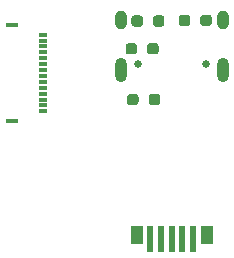
<source format=gbr>
%TF.GenerationSoftware,KiCad,Pcbnew,(5.1.10)-1*%
%TF.CreationDate,2022-02-26T10:37:03-05:00*%
%TF.ProjectId,001,3030312e-6b69-4636-9164-5f7063625858,rev?*%
%TF.SameCoordinates,Original*%
%TF.FileFunction,Soldermask,Top*%
%TF.FilePolarity,Negative*%
%FSLAX46Y46*%
G04 Gerber Fmt 4.6, Leading zero omitted, Abs format (unit mm)*
G04 Created by KiCad (PCBNEW (5.1.10)-1) date 2022-02-26 10:37:03*
%MOMM*%
%LPD*%
G01*
G04 APERTURE LIST*
%ADD10O,1.000000X1.600000*%
%ADD11C,0.650000*%
%ADD12O,1.000000X2.100000*%
%ADD13R,0.762000X0.355600*%
%ADD14R,1.041400X0.355600*%
%ADD15R,1.060000X1.580000*%
%ADD16R,0.600000X2.180000*%
G04 APERTURE END LIST*
D10*
%TO.C,J1*%
X123120000Y-71350000D03*
D11*
X121690000Y-75000000D03*
D10*
X114480000Y-71350000D03*
D11*
X115910000Y-75000000D03*
D12*
X114480000Y-75530000D03*
X123120000Y-75530000D03*
%TD*%
D13*
%TO.C,J2*%
X107893400Y-79050000D03*
X107903400Y-78550000D03*
X107903400Y-72550000D03*
X107903400Y-73049999D03*
X107903400Y-73550001D03*
X107903400Y-74050000D03*
X107903400Y-74549999D03*
X107903400Y-75050000D03*
X107903400Y-75550000D03*
X107903400Y-76050001D03*
X107903400Y-76550000D03*
X107903400Y-77049999D03*
X107903400Y-77550001D03*
X107903400Y-78050000D03*
D14*
X105253400Y-71759999D03*
X105253400Y-79850000D03*
%TD*%
D15*
%TO.C,D1*%
X115850000Y-89550000D03*
D16*
X117000000Y-89850000D03*
X117900000Y-89850000D03*
X118800000Y-89850000D03*
X119700000Y-89850000D03*
X120600000Y-89850000D03*
D15*
X121750000Y-89550000D03*
%TD*%
%TO.C,R1*%
G36*
G01*
X115387500Y-71637500D02*
X115387500Y-71162500D01*
G75*
G02*
X115625000Y-70925000I237500J0D01*
G01*
X116125000Y-70925000D01*
G75*
G02*
X116362500Y-71162500I0J-237500D01*
G01*
X116362500Y-71637500D01*
G75*
G02*
X116125000Y-71875000I-237500J0D01*
G01*
X115625000Y-71875000D01*
G75*
G02*
X115387500Y-71637500I0J237500D01*
G01*
G37*
G36*
G01*
X117212500Y-71637500D02*
X117212500Y-71162500D01*
G75*
G02*
X117450000Y-70925000I237500J0D01*
G01*
X117950000Y-70925000D01*
G75*
G02*
X118187500Y-71162500I0J-237500D01*
G01*
X118187500Y-71637500D01*
G75*
G02*
X117950000Y-71875000I-237500J0D01*
G01*
X117450000Y-71875000D01*
G75*
G02*
X117212500Y-71637500I0J237500D01*
G01*
G37*
%TD*%
%TO.C,R2*%
G36*
G01*
X120375000Y-71112500D02*
X120375000Y-71587500D01*
G75*
G02*
X120137500Y-71825000I-237500J0D01*
G01*
X119637500Y-71825000D01*
G75*
G02*
X119400000Y-71587500I0J237500D01*
G01*
X119400000Y-71112500D01*
G75*
G02*
X119637500Y-70875000I237500J0D01*
G01*
X120137500Y-70875000D01*
G75*
G02*
X120375000Y-71112500I0J-237500D01*
G01*
G37*
G36*
G01*
X122200000Y-71112500D02*
X122200000Y-71587500D01*
G75*
G02*
X121962500Y-71825000I-237500J0D01*
G01*
X121462500Y-71825000D01*
G75*
G02*
X121225000Y-71587500I0J237500D01*
G01*
X121225000Y-71112500D01*
G75*
G02*
X121462500Y-70875000I237500J0D01*
G01*
X121962500Y-70875000D01*
G75*
G02*
X122200000Y-71112500I0J-237500D01*
G01*
G37*
%TD*%
%TO.C,R3*%
G36*
G01*
X115012500Y-78287500D02*
X115012500Y-77812500D01*
G75*
G02*
X115250000Y-77575000I237500J0D01*
G01*
X115750000Y-77575000D01*
G75*
G02*
X115987500Y-77812500I0J-237500D01*
G01*
X115987500Y-78287500D01*
G75*
G02*
X115750000Y-78525000I-237500J0D01*
G01*
X115250000Y-78525000D01*
G75*
G02*
X115012500Y-78287500I0J237500D01*
G01*
G37*
G36*
G01*
X116837500Y-78287500D02*
X116837500Y-77812500D01*
G75*
G02*
X117075000Y-77575000I237500J0D01*
G01*
X117575000Y-77575000D01*
G75*
G02*
X117812500Y-77812500I0J-237500D01*
G01*
X117812500Y-78287500D01*
G75*
G02*
X117575000Y-78525000I-237500J0D01*
G01*
X117075000Y-78525000D01*
G75*
G02*
X116837500Y-78287500I0J237500D01*
G01*
G37*
%TD*%
%TO.C,R4*%
G36*
G01*
X116712500Y-73987500D02*
X116712500Y-73512500D01*
G75*
G02*
X116950000Y-73275000I237500J0D01*
G01*
X117450000Y-73275000D01*
G75*
G02*
X117687500Y-73512500I0J-237500D01*
G01*
X117687500Y-73987500D01*
G75*
G02*
X117450000Y-74225000I-237500J0D01*
G01*
X116950000Y-74225000D01*
G75*
G02*
X116712500Y-73987500I0J237500D01*
G01*
G37*
G36*
G01*
X114887500Y-73987500D02*
X114887500Y-73512500D01*
G75*
G02*
X115125000Y-73275000I237500J0D01*
G01*
X115625000Y-73275000D01*
G75*
G02*
X115862500Y-73512500I0J-237500D01*
G01*
X115862500Y-73987500D01*
G75*
G02*
X115625000Y-74225000I-237500J0D01*
G01*
X115125000Y-74225000D01*
G75*
G02*
X114887500Y-73987500I0J237500D01*
G01*
G37*
%TD*%
M02*

</source>
